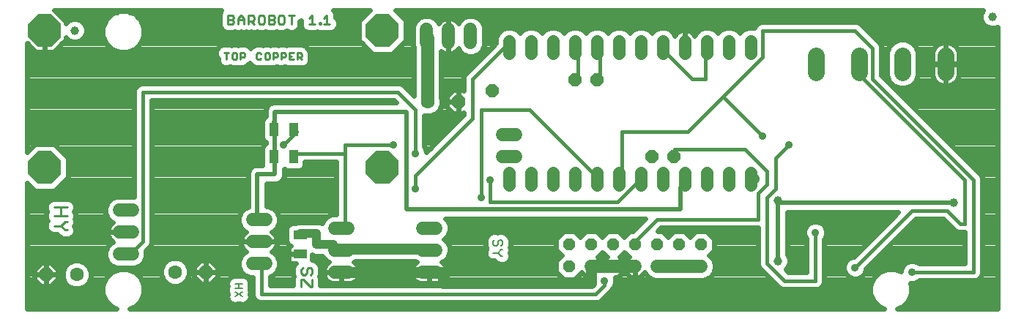
<source format=gtl>
G75*
G70*
%OFA0B0*%
%FSLAX24Y24*%
%IPPOS*%
%LPD*%
%AMOC8*
5,1,8,0,0,1.08239X$1,22.5*
%
%ADD10C,0.0060*%
%ADD11C,0.0100*%
%ADD12C,0.0110*%
%ADD13OC8,0.0560*%
%ADD14OC8,0.1500*%
%ADD15C,0.0600*%
%ADD16C,0.0394*%
%ADD17C,0.0780*%
%ADD18R,0.0411X0.0630*%
%ADD19C,0.0560*%
%ADD20R,0.0630X0.0411*%
%ADD21OC8,0.0630*%
%ADD22C,0.0630*%
%ADD23OC8,0.0600*%
%ADD24C,0.0200*%
%ADD25C,0.0240*%
%ADD26C,0.0500*%
%ADD27C,0.0150*%
%ADD28C,0.0357*%
%ADD29C,0.0400*%
%ADD30C,0.0396*%
D10*
X010395Y001097D02*
X010735Y001323D01*
X010735Y001465D02*
X010395Y001465D01*
X010395Y001323D02*
X010735Y001097D01*
X010565Y001465D02*
X010565Y001692D01*
X010395Y001692D02*
X010735Y001692D01*
X022145Y003085D02*
X022365Y003085D01*
X022512Y002938D01*
X022585Y002938D01*
X022365Y003085D02*
X022512Y003231D01*
X022585Y003231D01*
X022512Y003398D02*
X022585Y003472D01*
X022585Y003618D01*
X022512Y003692D01*
X022438Y003692D01*
X022365Y003618D01*
X022365Y003472D01*
X022292Y003398D01*
X022218Y003398D01*
X022145Y003472D01*
X022145Y003618D01*
X022218Y003692D01*
D11*
X013915Y002338D02*
X013915Y002172D01*
X013832Y002088D01*
X013665Y002172D02*
X013582Y002088D01*
X013498Y002088D01*
X013415Y002172D01*
X013415Y002338D01*
X013498Y002422D01*
X013665Y002338D02*
X013665Y002172D01*
X013665Y002338D02*
X013748Y002422D01*
X013832Y002422D01*
X013915Y002338D01*
X013915Y001869D02*
X013915Y001536D01*
X013832Y001536D01*
X013498Y001869D01*
X013415Y001869D01*
X013415Y001536D01*
X013430Y011897D02*
X013330Y011997D01*
X013380Y011997D02*
X013230Y011997D01*
X013230Y011897D02*
X013230Y012197D01*
X013380Y012197D01*
X013430Y012147D01*
X013430Y012047D01*
X013380Y011997D01*
X013061Y011897D02*
X012861Y011897D01*
X012861Y012197D01*
X013061Y012197D01*
X012961Y012047D02*
X012861Y012047D01*
X012693Y012047D02*
X012693Y012147D01*
X012643Y012197D01*
X012493Y012197D01*
X012493Y011897D01*
X012493Y011997D02*
X012643Y011997D01*
X012693Y012047D01*
X012325Y012047D02*
X012275Y011997D01*
X012125Y011997D01*
X012125Y011897D02*
X012125Y012197D01*
X012275Y012197D01*
X012325Y012147D01*
X012325Y012047D01*
X011956Y012147D02*
X011906Y012197D01*
X011806Y012197D01*
X011756Y012147D01*
X011756Y011947D01*
X011806Y011897D01*
X011906Y011897D01*
X011956Y011947D01*
X011956Y012147D01*
X011588Y012147D02*
X011538Y012197D01*
X011438Y012197D01*
X011388Y012147D01*
X011388Y011947D01*
X011438Y011897D01*
X011538Y011897D01*
X011588Y011947D01*
X010852Y012047D02*
X010802Y011997D01*
X010651Y011997D01*
X010651Y011897D02*
X010651Y012197D01*
X010802Y012197D01*
X010852Y012147D01*
X010852Y012047D01*
X010483Y012147D02*
X010433Y012197D01*
X010333Y012197D01*
X010283Y012147D01*
X010283Y011947D01*
X010333Y011897D01*
X010433Y011897D01*
X010483Y011947D01*
X010483Y012147D01*
X010115Y012197D02*
X009915Y012197D01*
X010015Y012197D02*
X010015Y011897D01*
X010081Y013522D02*
X010281Y013522D01*
X010348Y013588D01*
X010348Y013655D01*
X010281Y013722D01*
X010081Y013722D01*
X010281Y013722D02*
X010348Y013789D01*
X010348Y013855D01*
X010281Y013922D01*
X010081Y013922D01*
X010081Y013522D01*
X010541Y013522D02*
X010541Y013789D01*
X010674Y013922D01*
X010808Y013789D01*
X010808Y013522D01*
X011001Y013522D02*
X011001Y013922D01*
X011202Y013922D01*
X011268Y013855D01*
X011268Y013722D01*
X011202Y013655D01*
X011001Y013655D01*
X011135Y013655D02*
X011268Y013522D01*
X011462Y013588D02*
X011528Y013522D01*
X011662Y013522D01*
X011729Y013588D01*
X011729Y013855D01*
X011662Y013922D01*
X011528Y013922D01*
X011462Y013855D01*
X011462Y013588D01*
X011922Y013522D02*
X012122Y013522D01*
X012189Y013588D01*
X012189Y013655D01*
X012122Y013722D01*
X011922Y013722D01*
X011922Y013522D02*
X011922Y013922D01*
X012122Y013922D01*
X012189Y013855D01*
X012189Y013789D01*
X012122Y013722D01*
X012382Y013855D02*
X012382Y013588D01*
X012449Y013522D01*
X012583Y013522D01*
X012649Y013588D01*
X012649Y013855D01*
X012583Y013922D01*
X012449Y013922D01*
X012382Y013855D01*
X012843Y013922D02*
X013110Y013922D01*
X012976Y013922D02*
X012976Y013522D01*
X013764Y013522D02*
X014030Y013522D01*
X013897Y013522D02*
X013897Y013922D01*
X013764Y013789D01*
X014224Y013588D02*
X014291Y013588D01*
X014291Y013522D01*
X014224Y013522D01*
X014224Y013588D01*
X014454Y013522D02*
X014721Y013522D01*
X014587Y013522D02*
X014587Y013922D01*
X014454Y013789D01*
X010808Y013722D02*
X010541Y013722D01*
D12*
X002760Y005167D02*
X002170Y005167D01*
X002465Y005167D02*
X002465Y004773D01*
X002760Y004773D02*
X002170Y004773D01*
X002465Y004325D02*
X002662Y004522D01*
X002760Y004522D01*
X002465Y004325D02*
X002170Y004325D01*
X002465Y004325D02*
X002662Y004129D01*
X002760Y004129D01*
D13*
X025615Y003472D03*
X026615Y003472D03*
X027615Y003472D03*
X028615Y003472D03*
X029615Y003472D03*
X030615Y003472D03*
X031615Y003472D03*
X031615Y002472D03*
X030615Y002472D03*
X029615Y002472D03*
X028615Y002472D03*
X027615Y002472D03*
X026615Y002472D03*
X025615Y002472D03*
D14*
X017115Y006972D03*
X001740Y006972D03*
X001740Y013222D03*
X017115Y013222D03*
D15*
X019115Y013272D02*
X019115Y012672D01*
X019165Y012872D02*
X019165Y009972D01*
X022565Y008472D02*
X023165Y008472D01*
X023165Y007472D02*
X022565Y007472D01*
X019540Y004222D02*
X018940Y004222D01*
X018940Y003222D02*
X019540Y003222D01*
X019540Y002222D02*
X018940Y002222D01*
X015540Y002222D02*
X014940Y002222D01*
X014940Y003222D02*
X015540Y003222D01*
X015540Y004222D02*
X014940Y004222D01*
X011790Y004597D02*
X011190Y004597D01*
X011190Y003597D02*
X011790Y003597D01*
X011790Y002597D02*
X011190Y002597D01*
X005727Y003034D02*
X005127Y003034D01*
X005127Y004034D02*
X005727Y004034D01*
X005727Y005034D02*
X005127Y005034D01*
X026615Y002472D02*
X027615Y002472D01*
X028615Y002472D01*
X029615Y002472D02*
X030615Y002472D01*
X031615Y002472D01*
X021115Y012672D02*
X021115Y013272D01*
X020115Y013272D02*
X020115Y012672D01*
D16*
X003115Y013222D03*
X044865Y013847D03*
D17*
X042734Y012086D02*
X042734Y011306D01*
X040774Y011306D02*
X040774Y012086D01*
X038794Y012086D02*
X038794Y011306D01*
X036834Y011306D02*
X036834Y012086D01*
D18*
X013059Y008722D03*
X012171Y008722D03*
X012171Y007472D03*
X013059Y007472D03*
D19*
X022865Y006752D02*
X022865Y006192D01*
X023865Y006192D02*
X023865Y006752D01*
X024865Y006752D02*
X024865Y006192D01*
X025865Y006192D02*
X025865Y006752D01*
X026865Y006752D02*
X026865Y006192D01*
X027865Y006192D02*
X027865Y006752D01*
X028865Y006752D02*
X028865Y006192D01*
X029865Y006192D02*
X029865Y006752D01*
X030865Y006752D02*
X030865Y006192D01*
X031865Y006192D02*
X031865Y006752D01*
X032865Y006752D02*
X032865Y006192D01*
X033865Y006192D02*
X033865Y006752D01*
X033865Y012192D02*
X033865Y012752D01*
X032865Y012752D02*
X032865Y012192D01*
X031865Y012192D02*
X031865Y012752D01*
X030865Y012752D02*
X030865Y012192D01*
X029865Y012192D02*
X029865Y012752D01*
X028865Y012752D02*
X028865Y012192D01*
X027865Y012192D02*
X027865Y012752D01*
X026865Y012752D02*
X026865Y012192D01*
X025865Y012192D02*
X025865Y012752D01*
X024865Y012752D02*
X024865Y012192D01*
X023865Y012192D02*
X023865Y012752D01*
X022865Y012752D02*
X022865Y012192D01*
D20*
X013365Y003915D03*
X013365Y003028D03*
D21*
X009065Y002222D03*
X001790Y002097D03*
X020565Y009972D03*
D22*
X019165Y009972D03*
X007665Y002222D03*
X003190Y002097D03*
D23*
X022115Y010472D03*
X025865Y010972D03*
X026865Y010972D03*
X029365Y007472D03*
X030365Y007472D03*
D24*
X030815Y006472D02*
X030865Y006472D01*
X030815Y006472D02*
X030815Y006072D01*
X030665Y006072D01*
X030665Y005072D01*
X018215Y005072D01*
X018215Y009522D01*
X012215Y009522D01*
X012215Y009072D01*
X012171Y009072D01*
X012171Y008722D01*
X012215Y008722D01*
X012215Y009072D01*
X012215Y008722D02*
X012215Y007472D01*
X012171Y007472D01*
X012215Y007472D02*
X012215Y006672D01*
X011415Y006672D01*
X011415Y004597D01*
X011490Y004597D01*
X011490Y004672D01*
X035115Y005372D02*
X035115Y002722D01*
X035115Y005372D02*
X043115Y005372D01*
X035115Y005472D02*
X035115Y005372D01*
D25*
X000935Y006264D02*
X000935Y000542D01*
X005008Y000542D01*
X004788Y000633D01*
X004526Y000895D01*
X004384Y001236D01*
X004384Y001607D01*
X004526Y001948D01*
X004788Y002210D01*
X005130Y002352D01*
X005500Y002352D01*
X005842Y002210D01*
X006103Y001948D01*
X006245Y001607D01*
X006245Y001236D01*
X006103Y000895D01*
X005842Y000633D01*
X005621Y000542D01*
X039940Y000542D01*
X039720Y000633D01*
X039458Y000895D01*
X039316Y001236D01*
X039316Y001607D01*
X039458Y001948D01*
X039720Y002210D01*
X040062Y002352D01*
X040432Y002352D01*
X040716Y002234D01*
X040716Y002321D01*
X040792Y002504D01*
X040932Y002644D01*
X041116Y002720D01*
X041314Y002720D01*
X041497Y002644D01*
X041525Y002617D01*
X043620Y002617D01*
X043620Y004027D01*
X043536Y004027D01*
X043336Y004027D01*
X043191Y004087D01*
X043080Y004198D01*
X042651Y004627D01*
X041378Y004627D01*
X039113Y002361D01*
X039113Y002323D01*
X039037Y002139D01*
X038897Y001999D01*
X038714Y001923D01*
X038516Y001923D01*
X038332Y001999D01*
X038192Y002139D01*
X038116Y002323D01*
X038116Y002521D01*
X038192Y002704D01*
X038332Y002844D01*
X038516Y002920D01*
X038555Y002920D01*
X040586Y004952D01*
X035535Y004952D01*
X035535Y003034D01*
X035554Y003015D01*
X035633Y002825D01*
X035633Y002619D01*
X035554Y002428D01*
X035460Y002335D01*
X035578Y002217D01*
X036420Y002217D01*
X036420Y003712D01*
X036392Y003739D01*
X036316Y003923D01*
X036316Y004121D01*
X036392Y004304D01*
X036532Y004444D01*
X036716Y004520D01*
X036914Y004520D01*
X037097Y004444D01*
X037237Y004304D01*
X037313Y004121D01*
X037313Y003923D01*
X037237Y003739D01*
X037210Y003712D01*
X037210Y001743D01*
X037150Y001598D01*
X037039Y001487D01*
X036893Y001427D01*
X036736Y001427D01*
X035336Y001427D01*
X035191Y001487D01*
X035080Y001598D01*
X034280Y002398D01*
X034220Y002543D01*
X034220Y002700D01*
X034220Y004227D01*
X034136Y004227D01*
X029778Y004227D01*
X029623Y004072D01*
X029863Y004072D01*
X030115Y003820D01*
X030366Y004072D01*
X030863Y004072D01*
X031115Y003820D01*
X031366Y004072D01*
X031863Y004072D01*
X032215Y003720D01*
X032215Y003223D01*
X031977Y002986D01*
X032140Y002823D01*
X032160Y002775D01*
X032215Y002720D01*
X032215Y002643D01*
X032235Y002595D01*
X032235Y002348D01*
X032215Y002300D01*
X032215Y002223D01*
X032160Y002169D01*
X032140Y002121D01*
X031966Y001946D01*
X031918Y001926D01*
X031863Y001872D01*
X031786Y001872D01*
X031738Y001852D01*
X030491Y001852D01*
X029491Y001852D01*
X029443Y001872D01*
X029366Y001872D01*
X029312Y001926D01*
X029264Y001946D01*
X029089Y002121D01*
X029069Y002169D01*
X029044Y002194D01*
X028822Y001972D01*
X028615Y001972D01*
X028615Y002471D01*
X028615Y002471D01*
X028615Y001972D01*
X028408Y001972D01*
X028115Y002265D01*
X028115Y002471D01*
X028614Y002471D01*
X028614Y002472D01*
X028115Y002472D01*
X028115Y002679D01*
X028337Y002901D01*
X028115Y003123D01*
X027893Y002901D01*
X028115Y002679D01*
X028115Y002472D01*
X027615Y002472D01*
X027615Y002471D01*
X028115Y002471D01*
X028115Y002265D01*
X027822Y001972D01*
X027692Y001972D01*
X027713Y001921D01*
X027713Y001723D01*
X027637Y001539D01*
X027588Y001490D01*
X027550Y001398D01*
X027150Y000998D01*
X027039Y000887D01*
X026893Y000827D01*
X011693Y000827D01*
X011536Y000827D01*
X011391Y000887D01*
X011280Y000998D01*
X011220Y001143D01*
X011220Y001977D01*
X011066Y001977D01*
X010839Y002071D01*
X010664Y002246D01*
X010570Y002473D01*
X010570Y002720D01*
X010664Y002948D01*
X010839Y003122D01*
X010915Y003154D01*
X010851Y003200D01*
X010793Y003258D01*
X010745Y003324D01*
X010708Y003397D01*
X010683Y003475D01*
X010670Y003556D01*
X010670Y003596D01*
X011489Y003596D01*
X011489Y003597D01*
X010670Y003597D01*
X010670Y003638D01*
X010683Y003719D01*
X010708Y003796D01*
X010745Y003869D01*
X010793Y003935D01*
X010851Y003993D01*
X010915Y004040D01*
X010839Y004071D01*
X010664Y004246D01*
X010570Y004473D01*
X010570Y004720D01*
X010664Y004948D01*
X010839Y005122D01*
X010995Y005187D01*
X010995Y006755D01*
X011059Y006910D01*
X011177Y007028D01*
X011331Y007092D01*
X011498Y007092D01*
X011646Y007092D01*
X011646Y007093D01*
X011646Y007850D01*
X011694Y007968D01*
X011784Y008058D01*
X011795Y008062D01*
X011795Y008131D01*
X011784Y008135D01*
X011694Y008225D01*
X011646Y008343D01*
X011646Y009100D01*
X011694Y009218D01*
X011784Y009308D01*
X011795Y009312D01*
X011795Y009438D01*
X011795Y009605D01*
X011859Y009760D01*
X011977Y009878D01*
X012131Y009942D01*
X017736Y009942D01*
X017651Y010027D01*
X006610Y010027D01*
X006610Y003700D01*
X006610Y003543D01*
X006550Y003398D01*
X006336Y003184D01*
X006347Y003158D01*
X006347Y002911D01*
X006253Y002683D01*
X006079Y002509D01*
X005851Y002414D01*
X005004Y002414D01*
X004776Y002509D01*
X004602Y002683D01*
X004507Y002911D01*
X004507Y003158D01*
X004602Y003385D01*
X004776Y003560D01*
X004852Y003591D01*
X004789Y003638D01*
X004731Y003695D01*
X004683Y003762D01*
X004645Y003835D01*
X004620Y003912D01*
X004607Y003993D01*
X004607Y004034D01*
X005427Y004034D01*
X005427Y004034D01*
X004607Y004034D01*
X004607Y004075D01*
X004620Y004156D01*
X004645Y004234D01*
X004683Y004307D01*
X004731Y004373D01*
X004789Y004431D01*
X004852Y004477D01*
X004776Y004509D01*
X004602Y004683D01*
X004507Y004911D01*
X004507Y005158D01*
X004602Y005385D01*
X004776Y005560D01*
X005004Y005654D01*
X005820Y005654D01*
X005820Y010500D01*
X005880Y010645D01*
X005991Y010757D01*
X006136Y010817D01*
X006293Y010817D01*
X017893Y010817D01*
X018039Y010757D01*
X018150Y010645D01*
X018545Y010250D01*
X018545Y012428D01*
X018495Y012548D01*
X018495Y013395D01*
X018589Y013623D01*
X018764Y013797D01*
X018991Y013892D01*
X019238Y013892D01*
X019466Y013797D01*
X019640Y013623D01*
X019672Y013547D01*
X019718Y013610D01*
X019776Y013668D01*
X019842Y013716D01*
X019915Y013754D01*
X019993Y013779D01*
X020074Y013792D01*
X020115Y013792D01*
X020115Y012972D01*
X020115Y012972D01*
X020115Y013792D01*
X020156Y013792D01*
X020237Y013779D01*
X020314Y013754D01*
X020387Y013716D01*
X020454Y013668D01*
X020511Y013610D01*
X020558Y013547D01*
X020589Y013623D01*
X020764Y013797D01*
X020991Y013892D01*
X021238Y013892D01*
X021466Y013797D01*
X021640Y013623D01*
X021735Y013395D01*
X021735Y012548D01*
X021640Y012321D01*
X021466Y012146D01*
X021238Y012052D01*
X020991Y012052D01*
X020764Y012146D01*
X020589Y012321D01*
X020558Y012397D01*
X020511Y012333D01*
X020454Y012275D01*
X020387Y012227D01*
X020314Y012190D01*
X020237Y012165D01*
X020156Y012152D01*
X020115Y012152D01*
X020115Y012971D01*
X020115Y012971D01*
X020115Y012152D01*
X020074Y012152D01*
X019993Y012165D01*
X019915Y012190D01*
X019842Y012227D01*
X019785Y012269D01*
X019785Y010134D01*
X019800Y010098D01*
X019800Y009845D01*
X019703Y009612D01*
X019524Y009433D01*
X019291Y009337D01*
X019038Y009337D01*
X019010Y009349D01*
X019010Y007932D01*
X019037Y007904D01*
X019113Y007721D01*
X019113Y007679D01*
X020820Y009385D01*
X020820Y009470D01*
X020786Y009437D01*
X020565Y009437D01*
X020565Y009971D01*
X020565Y009971D01*
X020565Y009437D01*
X020343Y009437D01*
X020030Y009750D01*
X020030Y009971D01*
X020564Y009971D01*
X020564Y009972D01*
X020030Y009972D01*
X020030Y010193D01*
X020343Y010507D01*
X020565Y010507D01*
X020786Y010507D01*
X020820Y010473D01*
X020820Y011100D01*
X020880Y011245D01*
X020991Y011357D01*
X022265Y012630D01*
X022265Y012871D01*
X022356Y013092D01*
X022525Y013260D01*
X022745Y013352D01*
X022984Y013352D01*
X023205Y013260D01*
X023365Y013100D01*
X023525Y013260D01*
X023745Y013352D01*
X023984Y013352D01*
X024205Y013260D01*
X024365Y013100D01*
X024525Y013260D01*
X024745Y013352D01*
X024984Y013352D01*
X025205Y013260D01*
X025365Y013100D01*
X025525Y013260D01*
X025745Y013352D01*
X025984Y013352D01*
X026205Y013260D01*
X026365Y013100D01*
X026525Y013260D01*
X026745Y013352D01*
X026984Y013352D01*
X027205Y013260D01*
X027365Y013100D01*
X027525Y013260D01*
X027745Y013352D01*
X027984Y013352D01*
X028205Y013260D01*
X028365Y013100D01*
X028525Y013260D01*
X028745Y013352D01*
X028984Y013352D01*
X029205Y013260D01*
X029365Y013100D01*
X029525Y013260D01*
X029745Y013352D01*
X029984Y013352D01*
X030205Y013260D01*
X030373Y013092D01*
X030420Y012980D01*
X030437Y013014D01*
X030483Y013077D01*
X030539Y013133D01*
X030603Y013179D01*
X030673Y013215D01*
X030748Y013239D01*
X030825Y013252D01*
X030865Y013252D01*
X030865Y012472D01*
X030865Y012472D01*
X030865Y013252D01*
X030904Y013252D01*
X030982Y013239D01*
X031057Y013215D01*
X031127Y013179D01*
X031191Y013133D01*
X031246Y013077D01*
X031292Y013014D01*
X031310Y012980D01*
X031356Y013092D01*
X031525Y013260D01*
X031745Y013352D01*
X031984Y013352D01*
X032205Y013260D01*
X032365Y013100D01*
X032525Y013260D01*
X032745Y013352D01*
X032984Y013352D01*
X033205Y013260D01*
X033365Y013100D01*
X033525Y013260D01*
X033745Y013352D01*
X033984Y013352D01*
X034033Y013332D01*
X034080Y013445D01*
X034191Y013557D01*
X034336Y013617D01*
X034493Y013617D01*
X038693Y013617D01*
X038839Y013557D01*
X038950Y013445D01*
X039750Y012645D01*
X039810Y012500D01*
X039810Y012343D01*
X039810Y011185D01*
X044350Y006645D01*
X044410Y006500D01*
X044410Y006343D01*
X044410Y002143D01*
X044350Y001998D01*
X044239Y001887D01*
X044093Y001827D01*
X043936Y001827D01*
X041525Y001827D01*
X041497Y001799D01*
X041314Y001723D01*
X041129Y001723D01*
X041177Y001607D01*
X041177Y001236D01*
X041035Y000895D01*
X040774Y000633D01*
X040553Y000542D01*
X045095Y000542D01*
X045095Y013383D01*
X044968Y013330D01*
X044762Y013330D01*
X044572Y013409D01*
X044427Y013554D01*
X044348Y013744D01*
X044348Y013950D01*
X044427Y014139D01*
X044439Y014152D01*
X017698Y014152D01*
X018185Y013665D01*
X018185Y012779D01*
X017558Y012152D01*
X016672Y012152D01*
X016045Y012779D01*
X016045Y013665D01*
X016532Y014152D01*
X014881Y014152D01*
X014901Y014132D01*
X014957Y013996D01*
X014957Y013808D01*
X015035Y013731D01*
X015091Y013595D01*
X015091Y013448D01*
X015035Y013312D01*
X014931Y013208D01*
X014795Y013152D01*
X014380Y013152D01*
X014372Y013155D01*
X014364Y013152D01*
X014150Y013152D01*
X014127Y013161D01*
X014104Y013152D01*
X013690Y013152D01*
X013554Y013208D01*
X013450Y013312D01*
X013394Y013448D01*
X013394Y013595D01*
X013418Y013655D01*
X013403Y013692D01*
X013346Y013635D01*
X013346Y013448D01*
X013290Y013312D01*
X013186Y013208D01*
X013050Y013152D01*
X012903Y013152D01*
X012779Y013203D01*
X012678Y013161D01*
X012656Y013152D01*
X012656Y013152D01*
X012656Y013152D01*
X012582Y013152D01*
X012376Y013152D01*
X012286Y013189D01*
X012196Y013152D01*
X012094Y013152D01*
X011996Y013152D01*
X011849Y013152D01*
X011792Y013175D01*
X011758Y013161D01*
X011736Y013152D01*
X011735Y013152D01*
X011735Y013152D01*
X011661Y013152D01*
X011455Y013152D01*
X011398Y013175D01*
X011342Y013152D01*
X011195Y013152D01*
X011135Y013177D01*
X011075Y013152D01*
X010928Y013152D01*
X010905Y013161D01*
X010882Y013152D01*
X010734Y013152D01*
X010674Y013177D01*
X010615Y013152D01*
X010467Y013152D01*
X010411Y013175D01*
X010379Y013162D01*
X010354Y013152D01*
X010354Y013152D01*
X010282Y013152D01*
X010154Y013152D01*
X010007Y013152D01*
X009871Y013208D01*
X009767Y013312D01*
X009711Y013448D01*
X009711Y013848D01*
X009711Y013996D01*
X009767Y014132D01*
X009787Y014152D01*
X002181Y014152D01*
X002710Y013623D01*
X002710Y013548D01*
X002822Y013660D01*
X003012Y013739D01*
X003218Y013739D01*
X003408Y013660D01*
X003553Y013514D01*
X003632Y013325D01*
X003632Y013119D01*
X003553Y012929D01*
X003408Y012784D01*
X003218Y012705D01*
X003012Y012705D01*
X002822Y012784D01*
X002710Y012896D01*
X002710Y012820D01*
X002142Y012252D01*
X001740Y012252D01*
X001740Y013221D01*
X001740Y013221D01*
X001740Y012252D01*
X001338Y012252D01*
X000935Y012655D01*
X000935Y007680D01*
X001297Y008042D01*
X002183Y008042D01*
X002810Y007415D01*
X002810Y006529D01*
X002183Y005902D01*
X001297Y005902D01*
X000935Y006264D01*
X000935Y006185D02*
X001013Y006185D01*
X000935Y005947D02*
X001252Y005947D01*
X000935Y005708D02*
X005820Y005708D01*
X005820Y005947D02*
X002228Y005947D01*
X002467Y006185D02*
X005820Y006185D01*
X005820Y006424D02*
X002705Y006424D01*
X002810Y006662D02*
X005820Y006662D01*
X005820Y006901D02*
X002810Y006901D01*
X002810Y007139D02*
X005820Y007139D01*
X005820Y007378D02*
X002810Y007378D01*
X002608Y007617D02*
X005820Y007617D01*
X005820Y007855D02*
X002370Y007855D01*
X001110Y007855D02*
X000935Y007855D01*
X000935Y008094D02*
X005820Y008094D01*
X005820Y008332D02*
X000935Y008332D01*
X000935Y008571D02*
X005820Y008571D01*
X005820Y008809D02*
X000935Y008809D01*
X000935Y009048D02*
X005820Y009048D01*
X005820Y009286D02*
X000935Y009286D01*
X000935Y009525D02*
X005820Y009525D01*
X005820Y009763D02*
X000935Y009763D01*
X000935Y010002D02*
X005820Y010002D01*
X005820Y010241D02*
X000935Y010241D01*
X000935Y010479D02*
X005820Y010479D01*
X005952Y010718D02*
X000935Y010718D01*
X000935Y010956D02*
X018545Y010956D01*
X018545Y010718D02*
X018077Y010718D01*
X018316Y010479D02*
X018545Y010479D01*
X017676Y010002D02*
X006610Y010002D01*
X006610Y009763D02*
X011863Y009763D01*
X011795Y009525D02*
X006610Y009525D01*
X006610Y009286D02*
X011763Y009286D01*
X011646Y009048D02*
X006610Y009048D01*
X006610Y008809D02*
X011646Y008809D01*
X011646Y008571D02*
X006610Y008571D01*
X006610Y008332D02*
X011650Y008332D01*
X011795Y008094D02*
X006610Y008094D01*
X006610Y007855D02*
X011648Y007855D01*
X011646Y007617D02*
X006610Y007617D01*
X006610Y007378D02*
X011646Y007378D01*
X011646Y007139D02*
X006610Y007139D01*
X006610Y006901D02*
X011055Y006901D01*
X010995Y006662D02*
X006610Y006662D01*
X006610Y006424D02*
X010995Y006424D01*
X011835Y006252D02*
X012131Y006252D01*
X012298Y006252D01*
X012453Y006316D01*
X012571Y006434D01*
X012635Y006588D01*
X012635Y006922D01*
X012672Y006885D01*
X012789Y006837D01*
X013328Y006837D01*
X013445Y006885D01*
X013535Y006975D01*
X013584Y007093D01*
X013584Y007227D01*
X015020Y007227D01*
X015020Y004842D01*
X014816Y004842D01*
X014589Y004747D01*
X014414Y004573D01*
X014357Y004434D01*
X014218Y004492D01*
X014011Y004492D01*
X013468Y004492D01*
X013261Y004492D01*
X013139Y004441D01*
X012986Y004441D01*
X012869Y004392D01*
X012779Y004302D01*
X012730Y004185D01*
X012730Y003646D01*
X012779Y003529D01*
X012869Y003439D01*
X012925Y003415D01*
X012915Y003410D01*
X012874Y003369D01*
X012845Y003318D01*
X012830Y003262D01*
X012830Y003028D01*
X012830Y002794D01*
X012845Y002738D01*
X012874Y002687D01*
X012915Y002646D01*
X012965Y002618D01*
X013021Y002603D01*
X013156Y002603D01*
X013101Y002548D01*
X013045Y002412D01*
X013045Y002265D01*
X013045Y002098D01*
X013077Y002020D01*
X013045Y001943D01*
X013045Y001617D01*
X012010Y001617D01*
X012010Y002017D01*
X012141Y002071D01*
X012315Y002246D01*
X012410Y002473D01*
X012410Y002720D01*
X012315Y002948D01*
X012141Y003122D01*
X012065Y003154D01*
X012129Y003200D01*
X012186Y003258D01*
X012235Y003324D01*
X012272Y003397D01*
X012297Y003475D01*
X012310Y003556D01*
X012310Y003596D01*
X011490Y003596D01*
X011490Y003597D01*
X012310Y003597D01*
X012310Y003638D01*
X012297Y003719D01*
X012272Y003796D01*
X012235Y003869D01*
X012186Y003935D01*
X012129Y003993D01*
X012065Y004040D01*
X012141Y004071D01*
X012315Y004246D01*
X012410Y004473D01*
X012410Y004720D01*
X012315Y004948D01*
X012141Y005122D01*
X011913Y005217D01*
X011835Y005217D01*
X011835Y006252D01*
X011835Y006185D02*
X015020Y006185D01*
X015020Y005947D02*
X011835Y005947D01*
X010995Y005947D02*
X006610Y005947D01*
X006610Y006185D02*
X010995Y006185D01*
X010995Y005708D02*
X006610Y005708D01*
X006610Y005470D02*
X010995Y005470D01*
X011835Y005470D02*
X015020Y005470D01*
X015020Y005708D02*
X011835Y005708D01*
X011835Y005231D02*
X015020Y005231D01*
X015020Y004993D02*
X012271Y004993D01*
X012396Y004754D02*
X014605Y004754D01*
X014390Y004516D02*
X012410Y004516D01*
X012328Y004277D02*
X012768Y004277D01*
X012730Y004038D02*
X012067Y004038D01*
X012270Y003800D02*
X012730Y003800D01*
X012765Y003561D02*
X012310Y003561D01*
X012234Y003323D02*
X012847Y003323D01*
X012830Y003084D02*
X012179Y003084D01*
X012358Y002846D02*
X012830Y002846D01*
X013004Y002607D02*
X012410Y002607D01*
X012366Y002369D02*
X013045Y002369D01*
X013045Y002130D02*
X012200Y002130D01*
X012010Y001892D02*
X013045Y001892D01*
X013045Y001653D02*
X012010Y001653D01*
X011220Y001653D02*
X011085Y001653D01*
X011085Y001622D02*
X011085Y001761D01*
X011032Y001890D01*
X010933Y001988D01*
X010805Y002042D01*
X010635Y002042D01*
X010495Y002042D01*
X010325Y002042D01*
X010197Y001988D01*
X010098Y001890D01*
X010045Y001761D01*
X010045Y001622D01*
X010063Y001578D01*
X010045Y001534D01*
X010045Y001395D01*
X010050Y001383D01*
X010038Y001323D01*
X010061Y001210D01*
X010038Y001097D01*
X010065Y000960D01*
X010142Y000844D01*
X010258Y000767D01*
X010394Y000740D01*
X010531Y000767D01*
X010565Y000789D01*
X010599Y000767D01*
X010735Y000740D01*
X010872Y000767D01*
X010988Y000844D01*
X011065Y000960D01*
X011092Y001097D01*
X011069Y001210D01*
X011092Y001323D01*
X011080Y001383D01*
X011085Y001395D01*
X011085Y001534D01*
X011067Y001578D01*
X011085Y001622D01*
X011085Y001414D02*
X011220Y001414D01*
X011220Y001176D02*
X011076Y001176D01*
X011050Y000937D02*
X011341Y000937D01*
X010080Y000937D02*
X006121Y000937D01*
X006220Y001176D02*
X010054Y001176D01*
X010045Y001414D02*
X006245Y001414D01*
X006226Y001653D02*
X007378Y001653D01*
X007305Y001683D02*
X007538Y001587D01*
X007791Y001587D01*
X008024Y001683D01*
X008203Y001862D01*
X008300Y002095D01*
X008300Y002348D01*
X008203Y002581D01*
X008024Y002760D01*
X007791Y002857D01*
X007538Y002857D01*
X007305Y002760D01*
X007126Y002581D01*
X007030Y002348D01*
X007030Y002095D01*
X007126Y001862D01*
X007305Y001683D01*
X007114Y001892D02*
X006127Y001892D01*
X005922Y002130D02*
X007030Y002130D01*
X007038Y002369D02*
X003764Y002369D01*
X003728Y002456D02*
X003825Y002223D01*
X003825Y001970D01*
X003728Y001737D01*
X003549Y001558D01*
X003316Y001462D01*
X003063Y001462D01*
X002830Y001558D01*
X002651Y001737D01*
X002555Y001970D01*
X002555Y002223D01*
X002651Y002456D01*
X002830Y002635D01*
X003063Y002732D01*
X003316Y002732D01*
X003549Y002635D01*
X003728Y002456D01*
X003577Y002607D02*
X004678Y002607D01*
X004534Y002846D02*
X000935Y002846D01*
X000935Y002607D02*
X001544Y002607D01*
X001568Y002632D02*
X001255Y002318D01*
X001255Y002097D01*
X001789Y002097D01*
X001789Y002096D01*
X001255Y002096D01*
X001255Y001875D01*
X001568Y001562D01*
X001790Y001562D01*
X002011Y001562D01*
X002325Y001875D01*
X002325Y002096D01*
X001790Y002096D01*
X001790Y001562D01*
X001790Y002096D01*
X001790Y002096D01*
X001790Y002097D01*
X001790Y002097D01*
X001790Y002632D01*
X002011Y002632D01*
X002325Y002318D01*
X002325Y002097D01*
X001790Y002097D01*
X001790Y002632D01*
X001568Y002632D01*
X001790Y002607D02*
X001790Y002607D01*
X002036Y002607D02*
X002802Y002607D01*
X002615Y002369D02*
X002274Y002369D01*
X002325Y002130D02*
X002555Y002130D01*
X002587Y001892D02*
X002325Y001892D01*
X002103Y001653D02*
X002735Y001653D01*
X003644Y001653D02*
X004404Y001653D01*
X004384Y001414D02*
X000935Y001414D01*
X000935Y001653D02*
X001477Y001653D01*
X001790Y001653D02*
X001790Y001653D01*
X001790Y001892D02*
X001790Y001892D01*
X001255Y001892D02*
X000935Y001892D01*
X000935Y002130D02*
X001255Y002130D01*
X001305Y002369D02*
X000935Y002369D01*
X001790Y002369D02*
X001790Y002369D01*
X001790Y002130D02*
X001790Y002130D01*
X003792Y001892D02*
X004502Y001892D01*
X004708Y002130D02*
X003825Y002130D01*
X006177Y002607D02*
X007152Y002607D01*
X007512Y002846D02*
X006320Y002846D01*
X006347Y003084D02*
X010801Y003084D01*
X010746Y003323D02*
X006474Y003323D01*
X006610Y003561D02*
X010670Y003561D01*
X010710Y003800D02*
X006610Y003800D01*
X006610Y004038D02*
X010913Y004038D01*
X010651Y004277D02*
X006610Y004277D01*
X006610Y004516D02*
X010570Y004516D01*
X010584Y004754D02*
X006610Y004754D01*
X006610Y004993D02*
X010709Y004993D01*
X010995Y005231D02*
X006610Y005231D01*
X004686Y005470D02*
X002988Y005470D01*
X002973Y005485D02*
X002835Y005542D01*
X002540Y005542D01*
X002390Y005542D01*
X002095Y005542D01*
X001957Y005485D01*
X001852Y005379D01*
X001795Y005241D01*
X001795Y005092D01*
X001845Y004970D01*
X001795Y004848D01*
X001795Y004698D01*
X001852Y004561D01*
X001863Y004549D01*
X001852Y004538D01*
X001795Y004400D01*
X001795Y004251D01*
X001852Y004113D01*
X001957Y004007D01*
X002095Y003950D01*
X002310Y003950D01*
X002344Y003916D01*
X002449Y003811D01*
X002587Y003754D01*
X002835Y003754D01*
X002973Y003811D01*
X003078Y003916D01*
X003135Y004054D01*
X003135Y004203D01*
X003085Y004325D01*
X003135Y004448D01*
X003135Y004597D01*
X003114Y004648D01*
X003135Y004698D01*
X003135Y004848D01*
X003085Y004970D01*
X003135Y005092D01*
X003135Y005241D01*
X003078Y005379D01*
X002973Y005485D01*
X003135Y005231D02*
X004538Y005231D01*
X004507Y004993D02*
X003094Y004993D01*
X003135Y004754D02*
X004572Y004754D01*
X004769Y004516D02*
X003135Y004516D01*
X003105Y004277D02*
X004667Y004277D01*
X004607Y004038D02*
X003129Y004038D01*
X002947Y003800D02*
X004663Y003800D01*
X004780Y003561D02*
X000935Y003561D01*
X000935Y003323D02*
X004576Y003323D01*
X004507Y003084D02*
X000935Y003084D01*
X000935Y003800D02*
X002475Y003800D01*
X001926Y004038D02*
X000935Y004038D01*
X000935Y004277D02*
X001795Y004277D01*
X001843Y004516D02*
X000935Y004516D01*
X000935Y004754D02*
X001795Y004754D01*
X001836Y004993D02*
X000935Y004993D01*
X000935Y005231D02*
X001795Y005231D01*
X001942Y005470D02*
X000935Y005470D01*
X007818Y002846D02*
X010622Y002846D01*
X010570Y002607D02*
X009436Y002607D01*
X009286Y002757D02*
X009065Y002757D01*
X009065Y002222D01*
X009065Y002222D01*
X009600Y002222D01*
X009600Y002443D01*
X009286Y002757D01*
X009065Y002757D02*
X008843Y002757D01*
X008530Y002443D01*
X008530Y002222D01*
X009064Y002222D01*
X009064Y002221D01*
X008530Y002221D01*
X008530Y002000D01*
X008843Y001687D01*
X009065Y001687D01*
X009286Y001687D01*
X009600Y002000D01*
X009600Y002221D01*
X009065Y002221D01*
X009065Y001687D01*
X009065Y002221D01*
X009065Y002221D01*
X009065Y002222D01*
X009065Y002757D01*
X009065Y002607D02*
X009065Y002607D01*
X008694Y002607D02*
X008177Y002607D01*
X008291Y002369D02*
X008530Y002369D01*
X008530Y002130D02*
X008300Y002130D01*
X009065Y002130D02*
X009065Y002130D01*
X009065Y002369D02*
X009065Y002369D01*
X009600Y002369D02*
X010613Y002369D01*
X010780Y002130D02*
X009600Y002130D01*
X009491Y001892D02*
X010100Y001892D01*
X010045Y001653D02*
X007951Y001653D01*
X008215Y001892D02*
X008638Y001892D01*
X009065Y001892D02*
X009065Y001892D01*
X011030Y001892D02*
X011220Y001892D01*
X013899Y002792D02*
X013900Y002794D01*
X013900Y002998D01*
X014011Y002952D01*
X014381Y002952D01*
X014414Y002871D01*
X014589Y002696D01*
X014665Y002665D01*
X014601Y002618D01*
X014543Y002560D01*
X014495Y002494D01*
X014458Y002421D01*
X014433Y002344D01*
X014420Y002263D01*
X014420Y002222D01*
X015239Y002222D01*
X015239Y002221D01*
X014420Y002221D01*
X014420Y002181D01*
X014433Y002100D01*
X014458Y002022D01*
X014495Y001949D01*
X014543Y001883D01*
X014601Y001825D01*
X014667Y001777D01*
X014740Y001740D01*
X014818Y001715D01*
X014899Y001702D01*
X015240Y001702D01*
X015581Y001702D01*
X015662Y001715D01*
X015739Y001740D01*
X015812Y001777D01*
X015879Y001825D01*
X015936Y001883D01*
X015985Y001949D01*
X016022Y002022D01*
X016047Y002100D01*
X016060Y002181D01*
X016060Y002221D01*
X015240Y002221D01*
X015240Y001702D01*
X015240Y002221D01*
X015240Y002221D01*
X015240Y002222D01*
X016060Y002222D01*
X016060Y002263D01*
X016047Y002344D01*
X016022Y002421D01*
X015985Y002494D01*
X015936Y002560D01*
X015879Y002618D01*
X015815Y002665D01*
X015891Y002696D01*
X015897Y002702D01*
X018583Y002702D01*
X018589Y002696D01*
X018665Y002665D01*
X018601Y002618D01*
X018543Y002560D01*
X018495Y002494D01*
X018458Y002421D01*
X018433Y002344D01*
X018420Y002263D01*
X018420Y002222D01*
X019239Y002222D01*
X019239Y002221D01*
X018420Y002221D01*
X018420Y002181D01*
X018433Y002100D01*
X018458Y002022D01*
X018495Y001949D01*
X018543Y001883D01*
X018601Y001825D01*
X018667Y001777D01*
X018740Y001740D01*
X018818Y001715D01*
X018899Y001702D01*
X019240Y001702D01*
X019581Y001702D01*
X019662Y001715D01*
X019739Y001740D01*
X019812Y001777D01*
X019879Y001825D01*
X019936Y001883D01*
X019985Y001949D01*
X020022Y002022D01*
X020047Y002100D01*
X020060Y002181D01*
X020060Y002221D01*
X019240Y002221D01*
X019240Y001702D01*
X019240Y002221D01*
X019240Y002221D01*
X019240Y002222D01*
X020060Y002222D01*
X020060Y002263D01*
X020047Y002344D01*
X020022Y002421D01*
X019985Y002494D01*
X019936Y002560D01*
X019879Y002618D01*
X019815Y002665D01*
X019891Y002696D01*
X020065Y002871D01*
X020160Y003098D01*
X020160Y003345D01*
X020065Y003573D01*
X019917Y003722D01*
X020065Y003871D01*
X020160Y004098D01*
X020160Y004345D01*
X020065Y004573D01*
X019987Y004652D01*
X029086Y004652D01*
X028506Y004072D01*
X028366Y004072D01*
X028115Y003820D01*
X027863Y004072D01*
X027366Y004072D01*
X027115Y003820D01*
X026863Y004072D01*
X026366Y004072D01*
X026115Y003820D01*
X025863Y004072D01*
X025366Y004072D01*
X025015Y003720D01*
X025015Y003223D01*
X025266Y002972D01*
X025015Y002720D01*
X025015Y002223D01*
X025366Y001872D01*
X025863Y001872D01*
X026185Y002194D01*
X026408Y001972D01*
X026615Y001972D01*
X026737Y001972D01*
X026716Y001921D01*
X026716Y001723D01*
X026728Y001694D01*
X026651Y001617D01*
X014285Y001617D01*
X014285Y001943D01*
X014253Y002020D01*
X014285Y002098D01*
X014285Y002265D01*
X014285Y002412D01*
X014229Y002548D01*
X014145Y002631D01*
X014041Y002735D01*
X013905Y002792D01*
X013899Y002792D01*
X013900Y002846D02*
X014439Y002846D01*
X014590Y002607D02*
X014170Y002607D01*
X014285Y002369D02*
X014441Y002369D01*
X014428Y002130D02*
X014285Y002130D01*
X014285Y001892D02*
X014537Y001892D01*
X014285Y001653D02*
X026687Y001653D01*
X026716Y001892D02*
X025883Y001892D01*
X025346Y001892D02*
X019943Y001892D01*
X019240Y001892D02*
X019240Y001892D01*
X019240Y002130D02*
X019240Y002130D01*
X020052Y002130D02*
X025108Y002130D01*
X025015Y002369D02*
X020039Y002369D01*
X019890Y002607D02*
X022395Y002607D01*
X022442Y002588D02*
X022655Y002588D01*
X022783Y002641D01*
X022882Y002740D01*
X022935Y002868D01*
X022935Y003007D01*
X022903Y003085D01*
X022935Y003162D01*
X022935Y003301D01*
X022914Y003351D01*
X022935Y003402D01*
X022935Y003549D01*
X022935Y003688D01*
X022882Y003817D01*
X022808Y003890D01*
X022710Y003988D01*
X022581Y004042D01*
X022508Y004042D01*
X022369Y004042D01*
X022369Y004042D01*
X022328Y004025D01*
X022288Y004042D01*
X022149Y004042D01*
X022020Y003988D01*
X021848Y003817D01*
X021795Y003688D01*
X021795Y003549D01*
X021795Y003402D01*
X021840Y003294D01*
X021846Y003278D01*
X021795Y003154D01*
X021795Y003015D01*
X021848Y002886D01*
X021947Y002788D01*
X022075Y002735D01*
X022220Y002735D01*
X022314Y002641D01*
X022442Y002588D01*
X022702Y002607D02*
X025015Y002607D01*
X025140Y002846D02*
X022926Y002846D01*
X022903Y003084D02*
X025154Y003084D01*
X025015Y003323D02*
X022926Y003323D01*
X022935Y003561D02*
X025015Y003561D01*
X025094Y003800D02*
X022889Y003800D01*
X022808Y003890D02*
X022808Y003890D01*
X022589Y004038D02*
X025333Y004038D01*
X025897Y004038D02*
X026333Y004038D01*
X026897Y004038D02*
X027333Y004038D01*
X027897Y004038D02*
X028333Y004038D01*
X028711Y004277D02*
X020160Y004277D01*
X020089Y004516D02*
X028950Y004516D01*
X029897Y004038D02*
X030333Y004038D01*
X030897Y004038D02*
X031333Y004038D01*
X031897Y004038D02*
X034220Y004038D01*
X034220Y003800D02*
X032135Y003800D01*
X032215Y003561D02*
X034220Y003561D01*
X034220Y003323D02*
X032215Y003323D01*
X032076Y003084D02*
X034220Y003084D01*
X034220Y002846D02*
X032118Y002846D01*
X032230Y002607D02*
X034220Y002607D01*
X034309Y002369D02*
X032235Y002369D01*
X032144Y002130D02*
X034548Y002130D01*
X034786Y001892D02*
X031883Y001892D01*
X029346Y001892D02*
X027713Y001892D01*
X027684Y001653D02*
X035025Y001653D01*
X035494Y002369D02*
X036420Y002369D01*
X036420Y002607D02*
X035628Y002607D01*
X035624Y002846D02*
X036420Y002846D01*
X036420Y003084D02*
X035535Y003084D01*
X035535Y003323D02*
X036420Y003323D01*
X036420Y003561D02*
X035535Y003561D01*
X035535Y003800D02*
X036367Y003800D01*
X036316Y004038D02*
X035535Y004038D01*
X035535Y004277D02*
X036381Y004277D01*
X036705Y004516D02*
X035535Y004516D01*
X035535Y004754D02*
X040389Y004754D01*
X040150Y004516D02*
X036925Y004516D01*
X037249Y004277D02*
X039911Y004277D01*
X039673Y004038D02*
X037313Y004038D01*
X037262Y003800D02*
X039434Y003800D01*
X039196Y003561D02*
X037210Y003561D01*
X037210Y003323D02*
X038957Y003323D01*
X038719Y003084D02*
X037210Y003084D01*
X037210Y002846D02*
X038336Y002846D01*
X038152Y002607D02*
X037210Y002607D01*
X037210Y002369D02*
X038116Y002369D01*
X038202Y002130D02*
X037210Y002130D01*
X037210Y001892D02*
X039435Y001892D01*
X039336Y001653D02*
X037172Y001653D01*
X039028Y002130D02*
X039640Y002130D01*
X039120Y002369D02*
X040736Y002369D01*
X040895Y002607D02*
X039359Y002607D01*
X039597Y002846D02*
X043620Y002846D01*
X043620Y003084D02*
X039836Y003084D01*
X040074Y003323D02*
X043620Y003323D01*
X043620Y003561D02*
X040313Y003561D01*
X040552Y003800D02*
X043620Y003800D01*
X043308Y004038D02*
X040790Y004038D01*
X041029Y004277D02*
X043001Y004277D01*
X042762Y004516D02*
X041267Y004516D01*
X044410Y004516D02*
X045095Y004516D01*
X045095Y004277D02*
X044410Y004277D01*
X044410Y004038D02*
X045095Y004038D01*
X045095Y003800D02*
X044410Y003800D01*
X044410Y003561D02*
X045095Y003561D01*
X045095Y003323D02*
X044410Y003323D01*
X044410Y003084D02*
X045095Y003084D01*
X045095Y002846D02*
X044410Y002846D01*
X044410Y002607D02*
X045095Y002607D01*
X045095Y002369D02*
X044410Y002369D01*
X044404Y002130D02*
X045095Y002130D01*
X045095Y001892D02*
X044243Y001892D01*
X045095Y001653D02*
X041158Y001653D01*
X041177Y001414D02*
X045095Y001414D01*
X045095Y001176D02*
X041152Y001176D01*
X041053Y000937D02*
X045095Y000937D01*
X045095Y000699D02*
X040840Y000699D01*
X039654Y000699D02*
X005907Y000699D01*
X004722Y000699D02*
X000935Y000699D01*
X000935Y000937D02*
X004508Y000937D01*
X004409Y001176D02*
X000935Y001176D01*
X012830Y003028D02*
X013364Y003028D01*
X013364Y003028D01*
X012830Y003028D01*
X015240Y002130D02*
X015240Y002130D01*
X015240Y001892D02*
X015240Y001892D01*
X015943Y001892D02*
X018537Y001892D01*
X018428Y002130D02*
X016052Y002130D01*
X016039Y002369D02*
X018441Y002369D01*
X018590Y002607D02*
X015890Y002607D01*
X020041Y002846D02*
X021889Y002846D01*
X021795Y003084D02*
X020154Y003084D01*
X020160Y003323D02*
X021828Y003323D01*
X021795Y003561D02*
X020070Y003561D01*
X019995Y003800D02*
X021841Y003800D01*
X022141Y004038D02*
X020135Y004038D01*
X022296Y004038D02*
X022361Y004038D01*
X026893Y002901D02*
X027115Y003123D01*
X027337Y002901D01*
X027115Y002679D01*
X027115Y002472D01*
X027614Y002472D01*
X027614Y002471D01*
X027115Y002471D01*
X027115Y002320D01*
X027115Y002320D01*
X027115Y002471D01*
X026615Y002471D01*
X026615Y001972D01*
X026615Y002471D01*
X026615Y002471D01*
X026615Y002472D01*
X027115Y002472D01*
X027115Y002679D01*
X026893Y002901D01*
X026948Y002846D02*
X027282Y002846D01*
X027115Y002607D02*
X027115Y002607D01*
X027115Y002369D02*
X027115Y002369D01*
X026615Y002369D02*
X026615Y002369D01*
X026615Y002130D02*
X026615Y002130D01*
X026249Y002130D02*
X026122Y002130D01*
X027980Y002130D02*
X028249Y002130D01*
X028115Y002369D02*
X028115Y002369D01*
X028615Y002369D02*
X028615Y002369D01*
X028615Y002130D02*
X028615Y002130D01*
X028980Y002130D02*
X029085Y002130D01*
X028115Y002607D02*
X028115Y002607D01*
X027948Y002846D02*
X028282Y002846D01*
X028154Y003084D02*
X028076Y003084D01*
X027154Y003084D02*
X027076Y003084D01*
X027556Y001414D02*
X039316Y001414D01*
X039342Y001176D02*
X027328Y001176D01*
X027089Y000937D02*
X039440Y000937D01*
X044410Y004754D02*
X045095Y004754D01*
X045095Y004993D02*
X044410Y004993D01*
X044410Y005231D02*
X045095Y005231D01*
X045095Y005470D02*
X044410Y005470D01*
X044410Y005708D02*
X045095Y005708D01*
X045095Y005947D02*
X044410Y005947D01*
X044410Y006185D02*
X045095Y006185D01*
X045095Y006424D02*
X044410Y006424D01*
X044333Y006662D02*
X045095Y006662D01*
X045095Y006901D02*
X044094Y006901D01*
X043856Y007139D02*
X045095Y007139D01*
X045095Y007378D02*
X043617Y007378D01*
X043379Y007617D02*
X045095Y007617D01*
X045095Y007855D02*
X043140Y007855D01*
X042901Y008094D02*
X045095Y008094D01*
X045095Y008332D02*
X042663Y008332D01*
X042424Y008571D02*
X045095Y008571D01*
X045095Y008809D02*
X042186Y008809D01*
X041947Y009048D02*
X045095Y009048D01*
X045095Y009286D02*
X041709Y009286D01*
X041470Y009525D02*
X045095Y009525D01*
X045095Y009763D02*
X041232Y009763D01*
X040993Y010002D02*
X045095Y010002D01*
X045095Y010241D02*
X040755Y010241D01*
X040516Y010479D02*
X045095Y010479D01*
X045095Y010718D02*
X042897Y010718D01*
X042877Y010711D02*
X042968Y010741D01*
X043054Y010784D01*
X043131Y010841D01*
X043199Y010909D01*
X043256Y010986D01*
X043299Y011072D01*
X043329Y011163D01*
X043344Y011258D01*
X043344Y011686D01*
X042744Y011686D01*
X042744Y010696D01*
X042782Y010696D01*
X042877Y010711D01*
X042744Y010718D02*
X042724Y010718D01*
X042724Y010696D02*
X042724Y011686D01*
X042744Y011686D01*
X042744Y011706D01*
X043344Y011706D01*
X043344Y012134D01*
X043329Y012229D01*
X043299Y012320D01*
X043256Y012406D01*
X043199Y012484D01*
X043131Y012551D01*
X043054Y012608D01*
X042968Y012651D01*
X042877Y012681D01*
X042782Y012696D01*
X042744Y012696D01*
X042744Y011706D01*
X042724Y011706D01*
X042724Y011686D01*
X042124Y011686D01*
X042124Y011258D01*
X042139Y011163D01*
X042169Y011072D01*
X042212Y010986D01*
X042269Y010909D01*
X042337Y010841D01*
X042414Y010784D01*
X042500Y010741D01*
X042591Y010711D01*
X042686Y010696D01*
X042724Y010696D01*
X042571Y010718D02*
X041190Y010718D01*
X041176Y010704D02*
X040915Y010596D01*
X040633Y010596D01*
X040372Y010704D01*
X040172Y010904D01*
X040064Y011165D01*
X040064Y012227D01*
X040172Y012488D01*
X040372Y012688D01*
X040633Y012796D01*
X040915Y012796D01*
X041176Y012688D01*
X041376Y012488D01*
X041484Y012227D01*
X041484Y011165D01*
X041376Y010904D01*
X041176Y010704D01*
X041398Y010956D02*
X042234Y010956D01*
X042724Y010956D02*
X042744Y010956D01*
X043234Y010956D02*
X045095Y010956D01*
X045095Y011195D02*
X043334Y011195D01*
X043344Y011433D02*
X045095Y011433D01*
X045095Y011672D02*
X043344Y011672D01*
X043344Y011910D02*
X045095Y011910D01*
X045095Y012149D02*
X043342Y012149D01*
X042744Y012149D02*
X042724Y012149D01*
X042212Y012406D02*
X042169Y012320D01*
X042139Y012229D01*
X042124Y012134D01*
X042124Y011706D01*
X042724Y011706D01*
X042724Y012696D01*
X042686Y012696D01*
X042591Y012681D01*
X042500Y012651D01*
X042414Y012608D01*
X042337Y012551D01*
X042269Y012484D01*
X042212Y012406D01*
X042203Y012387D02*
X041418Y012387D01*
X041238Y012626D02*
X042450Y012626D01*
X042724Y012626D02*
X042744Y012626D01*
X042724Y012387D02*
X042744Y012387D01*
X043018Y012626D02*
X045095Y012626D01*
X045095Y012387D02*
X043265Y012387D01*
X042126Y012149D02*
X041484Y012149D01*
X041484Y011910D02*
X042124Y011910D01*
X042124Y011672D02*
X041484Y011672D01*
X041484Y011433D02*
X042124Y011433D01*
X042134Y011195D02*
X041484Y011195D01*
X040358Y010718D02*
X040277Y010718D01*
X040151Y010956D02*
X040039Y010956D01*
X040064Y011195D02*
X039810Y011195D01*
X039810Y011433D02*
X040064Y011433D01*
X040064Y011672D02*
X039810Y011672D01*
X039810Y011910D02*
X040064Y011910D01*
X040064Y012149D02*
X039810Y012149D01*
X039810Y012387D02*
X040130Y012387D01*
X040310Y012626D02*
X039758Y012626D01*
X039531Y012865D02*
X045095Y012865D01*
X045095Y013103D02*
X039292Y013103D01*
X039054Y013342D02*
X044734Y013342D01*
X044996Y013342D02*
X045095Y013342D01*
X044416Y013580D02*
X038782Y013580D01*
X034248Y013580D02*
X021658Y013580D01*
X021735Y013342D02*
X022721Y013342D01*
X023009Y013342D02*
X023721Y013342D01*
X024009Y013342D02*
X024721Y013342D01*
X025009Y013342D02*
X025721Y013342D01*
X026009Y013342D02*
X026721Y013342D01*
X027009Y013342D02*
X027721Y013342D01*
X028009Y013342D02*
X028721Y013342D01*
X029009Y013342D02*
X029721Y013342D01*
X030009Y013342D02*
X031721Y013342D01*
X032009Y013342D02*
X032721Y013342D01*
X033009Y013342D02*
X033721Y013342D01*
X034008Y013342D02*
X034037Y013342D01*
X033368Y013103D02*
X033362Y013103D01*
X032368Y013103D02*
X032362Y013103D01*
X031368Y013103D02*
X031221Y013103D01*
X030865Y013103D02*
X030865Y013103D01*
X030865Y012865D02*
X030865Y012865D01*
X030509Y013103D02*
X030362Y013103D01*
X029368Y013103D02*
X029362Y013103D01*
X028368Y013103D02*
X028362Y013103D01*
X027368Y013103D02*
X027362Y013103D01*
X026368Y013103D02*
X026362Y013103D01*
X025368Y013103D02*
X025362Y013103D01*
X024368Y013103D02*
X024362Y013103D01*
X023368Y013103D02*
X023362Y013103D01*
X022368Y013103D02*
X021735Y013103D01*
X021735Y012865D02*
X022265Y012865D01*
X022260Y012626D02*
X021735Y012626D01*
X021668Y012387D02*
X022022Y012387D01*
X021783Y012149D02*
X021469Y012149D01*
X021545Y011910D02*
X019785Y011910D01*
X019785Y011672D02*
X021306Y011672D01*
X021068Y011433D02*
X019785Y011433D01*
X019785Y011195D02*
X020859Y011195D01*
X020820Y010956D02*
X019785Y010956D01*
X019785Y010718D02*
X020820Y010718D01*
X020814Y010479D02*
X020820Y010479D01*
X020565Y010479D02*
X020565Y010479D01*
X020565Y010507D02*
X020565Y009972D01*
X020565Y009972D01*
X020565Y010507D01*
X020316Y010479D02*
X019785Y010479D01*
X019785Y010241D02*
X020077Y010241D01*
X020030Y010002D02*
X019800Y010002D01*
X019766Y009763D02*
X020030Y009763D01*
X020255Y009525D02*
X019616Y009525D01*
X019010Y009286D02*
X020721Y009286D01*
X020565Y009525D02*
X020565Y009525D01*
X020565Y009763D02*
X020565Y009763D01*
X020565Y010002D02*
X020565Y010002D01*
X020565Y010241D02*
X020565Y010241D01*
X018545Y011195D02*
X000935Y011195D01*
X000935Y011433D02*
X018545Y011433D01*
X018545Y011672D02*
X013728Y011672D01*
X013743Y011687D02*
X013800Y011823D01*
X013800Y011970D01*
X013799Y011972D01*
X013800Y011973D01*
X013800Y012120D01*
X013800Y012221D01*
X013743Y012356D01*
X013639Y012461D01*
X013589Y012511D01*
X013453Y012567D01*
X013306Y012567D01*
X013156Y012567D01*
X013145Y012563D01*
X013135Y012567D01*
X012935Y012567D01*
X012788Y012567D01*
X012752Y012552D01*
X012717Y012567D01*
X012569Y012567D01*
X012419Y012567D01*
X012384Y012552D01*
X012348Y012567D01*
X012201Y012567D01*
X012051Y012567D01*
X012016Y012552D01*
X011980Y012567D01*
X011833Y012567D01*
X011733Y012567D01*
X011672Y012542D01*
X011612Y012567D01*
X011512Y012567D01*
X011364Y012567D01*
X011228Y012511D01*
X011178Y012461D01*
X011120Y012402D01*
X011061Y012461D01*
X011011Y012511D01*
X010875Y012567D01*
X010728Y012567D01*
X010578Y012567D01*
X010542Y012552D01*
X010507Y012567D01*
X010360Y012567D01*
X010260Y012567D01*
X010224Y012552D01*
X010189Y012567D01*
X009841Y012567D01*
X009705Y012511D01*
X009601Y012407D01*
X009545Y012271D01*
X009545Y012123D01*
X009601Y011987D01*
X009645Y011944D01*
X009645Y011823D01*
X009701Y011687D01*
X009805Y011583D01*
X009941Y011527D01*
X010088Y011527D01*
X010174Y011562D01*
X010260Y011527D01*
X010360Y011527D01*
X010507Y011527D01*
X010542Y011541D01*
X010578Y011527D01*
X010725Y011527D01*
X010861Y011583D01*
X010926Y011648D01*
X011011Y011683D01*
X011072Y011744D01*
X011074Y011737D01*
X011178Y011633D01*
X011178Y011633D01*
X011228Y011583D01*
X011364Y011527D01*
X011465Y011527D01*
X011612Y011527D01*
X011672Y011552D01*
X011733Y011527D01*
X011833Y011527D01*
X011980Y011527D01*
X012016Y011541D01*
X012051Y011527D01*
X012198Y011527D01*
X012309Y011573D01*
X012419Y011527D01*
X012567Y011527D01*
X012677Y011573D01*
X012788Y011527D01*
X013135Y011527D01*
X013145Y011531D01*
X013156Y011527D01*
X013303Y011527D01*
X013330Y011538D01*
X013356Y011527D01*
X013503Y011527D01*
X013639Y011583D01*
X013743Y011687D01*
X013800Y011910D02*
X018545Y011910D01*
X018545Y012149D02*
X013800Y012149D01*
X013712Y012387D02*
X016436Y012387D01*
X016197Y012626D02*
X006085Y012626D01*
X006103Y012645D02*
X006245Y012986D01*
X006245Y013357D01*
X006103Y013698D01*
X005842Y013960D01*
X005500Y014102D01*
X005130Y014102D01*
X004788Y013960D01*
X004526Y013698D01*
X004384Y013357D01*
X004384Y012986D01*
X004526Y012645D01*
X004788Y012383D01*
X005130Y012241D01*
X005500Y012241D01*
X005842Y012383D01*
X006103Y012645D01*
X005846Y012387D02*
X009593Y012387D01*
X009545Y012149D02*
X000935Y012149D01*
X000935Y012387D02*
X001202Y012387D01*
X000964Y012626D02*
X000935Y012626D01*
X001740Y012626D02*
X001740Y012626D01*
X001740Y012387D02*
X001740Y012387D01*
X002277Y012387D02*
X004783Y012387D01*
X004545Y012626D02*
X002516Y012626D01*
X002710Y012865D02*
X002741Y012865D01*
X003489Y012865D02*
X004435Y012865D01*
X004384Y013103D02*
X003625Y013103D01*
X003625Y013342D02*
X004384Y013342D01*
X004477Y013580D02*
X003487Y013580D01*
X002742Y013580D02*
X002710Y013580D01*
X002515Y013819D02*
X004646Y013819D01*
X005022Y014057D02*
X002276Y014057D01*
X001740Y013103D02*
X001740Y013103D01*
X001740Y012865D02*
X001740Y012865D01*
X000935Y011910D02*
X009645Y011910D01*
X009717Y011672D02*
X000935Y011672D01*
X006194Y012865D02*
X016045Y012865D01*
X016045Y013103D02*
X006245Y013103D01*
X006245Y013342D02*
X009755Y013342D01*
X009711Y013580D02*
X006152Y013580D01*
X005983Y013819D02*
X009711Y013819D01*
X009736Y014057D02*
X005607Y014057D01*
X010354Y013152D02*
X010354Y013152D01*
X013302Y013342D02*
X013438Y013342D01*
X013394Y013580D02*
X013346Y013580D01*
X014957Y013819D02*
X016199Y013819D01*
X016045Y013580D02*
X015091Y013580D01*
X015047Y013342D02*
X016045Y013342D01*
X018031Y013819D02*
X018815Y013819D01*
X019414Y013819D02*
X020815Y013819D01*
X021414Y013819D02*
X044348Y013819D01*
X044393Y014057D02*
X017792Y014057D01*
X016437Y014057D02*
X014932Y014057D01*
X018185Y013580D02*
X018571Y013580D01*
X018495Y013342D02*
X018185Y013342D01*
X018185Y013103D02*
X018495Y013103D01*
X018495Y012865D02*
X018185Y012865D01*
X018032Y012626D02*
X018495Y012626D01*
X018545Y012387D02*
X017794Y012387D01*
X019785Y012149D02*
X020761Y012149D01*
X020561Y012387D02*
X020551Y012387D01*
X020115Y012387D02*
X020115Y012387D01*
X020115Y012626D02*
X020115Y012626D01*
X020115Y012865D02*
X020115Y012865D01*
X020115Y013103D02*
X020115Y013103D01*
X020115Y013342D02*
X020115Y013342D01*
X020115Y013580D02*
X020115Y013580D01*
X020533Y013580D02*
X020571Y013580D01*
X019696Y013580D02*
X019658Y013580D01*
X011140Y011672D02*
X010984Y011672D01*
X019010Y009048D02*
X020482Y009048D01*
X020244Y008809D02*
X019010Y008809D01*
X019010Y008571D02*
X020005Y008571D01*
X019767Y008332D02*
X019010Y008332D01*
X019010Y008094D02*
X019528Y008094D01*
X019290Y007855D02*
X019058Y007855D01*
X015020Y007139D02*
X013584Y007139D01*
X013461Y006901D02*
X015020Y006901D01*
X015020Y006662D02*
X012635Y006662D01*
X012635Y006901D02*
X012656Y006901D01*
X012561Y006424D02*
X015020Y006424D01*
X030865Y012626D02*
X030865Y012626D01*
X042724Y011910D02*
X042744Y011910D01*
X042724Y011672D02*
X042744Y011672D01*
X042724Y011433D02*
X042744Y011433D01*
X042724Y011195D02*
X042744Y011195D01*
D26*
X034015Y006472D02*
X033865Y006472D01*
X026615Y002472D02*
X026615Y001722D01*
X019865Y001722D01*
X019865Y002222D01*
X019240Y002222D01*
X015240Y002222D01*
X015415Y003272D02*
X019240Y003272D01*
D27*
X015415Y004222D02*
X015240Y004222D01*
X015415Y004222D02*
X015415Y007622D01*
X015415Y008022D01*
X017615Y008022D01*
X018615Y007622D02*
X018615Y009622D01*
X017815Y010422D01*
X006215Y010422D01*
X006215Y003622D01*
X005615Y003022D01*
X005427Y003034D01*
X011490Y002597D02*
X011615Y002422D01*
X011615Y001222D01*
X026815Y001222D01*
X027215Y001622D01*
X027215Y001822D01*
X028615Y003472D02*
X028615Y003622D01*
X029615Y004622D01*
X034215Y004622D01*
X034215Y005822D01*
X034615Y006222D01*
X034615Y006822D01*
X033615Y007822D01*
X030415Y007822D01*
X030415Y007622D01*
X030365Y007472D01*
X028015Y006622D02*
X027865Y006472D01*
X028015Y006622D02*
X028015Y008622D01*
X031015Y008622D01*
X032615Y010222D01*
X034415Y008422D01*
X035015Y007422D02*
X035615Y008022D01*
X035015Y007422D02*
X035015Y006022D01*
X034615Y005622D01*
X034615Y002622D01*
X035415Y001822D01*
X036815Y001822D01*
X036815Y004022D01*
X038615Y002422D02*
X041215Y005022D01*
X042815Y005022D01*
X043415Y004422D01*
X043615Y004422D01*
X043615Y006422D01*
X038815Y011222D01*
X038815Y011622D01*
X038794Y011696D01*
X039415Y011022D02*
X039415Y012422D01*
X038615Y013222D01*
X034415Y013222D01*
X034415Y012022D01*
X032615Y010222D01*
X031815Y011022D02*
X031215Y011022D01*
X029815Y012422D01*
X029865Y012472D01*
X031815Y012422D02*
X031865Y012472D01*
X031815Y012422D02*
X031815Y011022D01*
X027015Y011022D02*
X026865Y010972D01*
X027015Y011022D02*
X027015Y012222D01*
X026815Y012422D01*
X026865Y012472D01*
X026015Y012222D02*
X026015Y011022D01*
X025865Y010972D01*
X026015Y012222D02*
X025815Y012422D01*
X025865Y012472D01*
X022865Y012472D02*
X022815Y012622D01*
X021215Y011022D01*
X021215Y009222D01*
X018615Y006622D01*
X018615Y006022D01*
X021615Y005622D02*
X021615Y009622D01*
X023815Y009622D01*
X026815Y006622D01*
X026865Y006472D01*
X027815Y005422D02*
X028865Y006472D01*
X027815Y005422D02*
X022015Y005422D01*
X022015Y006422D01*
X015415Y007622D02*
X013215Y007622D01*
X013059Y007472D01*
X012615Y008022D02*
X013215Y008622D01*
X013059Y008722D01*
X039415Y011022D02*
X044015Y006422D01*
X044015Y002222D01*
X041215Y002222D01*
D28*
X041215Y002222D03*
X038615Y002422D03*
X036815Y004022D03*
X027215Y001822D03*
X021615Y005622D03*
X022015Y006422D03*
X018615Y006022D03*
X018615Y007622D03*
X017615Y008022D03*
X012615Y008022D03*
X034415Y008422D03*
X035615Y008022D03*
D29*
X019240Y003272D02*
X019240Y003222D01*
X015415Y003222D02*
X015415Y003272D01*
X015415Y003222D02*
X015240Y003222D01*
X014865Y003222D01*
X014865Y003472D01*
X014115Y003472D01*
X014115Y003972D01*
X013365Y003972D01*
X013365Y003915D01*
X019115Y012872D02*
X019115Y012972D01*
X019115Y012872D02*
X019165Y012872D01*
D30*
X035115Y005472D03*
X035115Y002722D03*
X043115Y005372D03*
M02*

</source>
